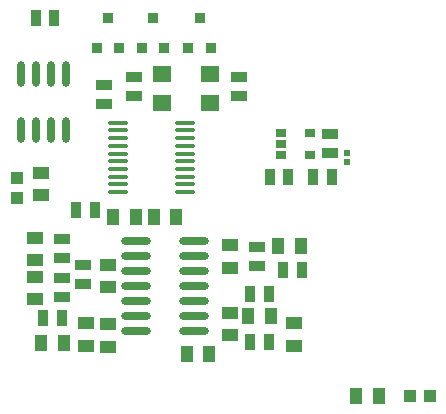
<source format=gtp>
%FSLAX25Y25*%
%MOIN*%
G70*
G01*
G75*
G04 Layer_Color=8421504*
%ADD10R,0.02000X0.02000*%
%ADD11R,0.04134X0.05512*%
%ADD12R,0.05512X0.04134*%
%ADD13O,0.09843X0.02756*%
%ADD14O,0.02362X0.08661*%
%ADD15R,0.06300X0.05500*%
%ADD16O,0.06693X0.01378*%
%ADD17R,0.03543X0.02559*%
%ADD18R,0.03543X0.03740*%
%ADD19R,0.03937X0.03937*%
%ADD20R,0.03937X0.03937*%
%ADD21R,0.03740X0.05315*%
%ADD22R,0.05315X0.03740*%
%ADD23C,0.01600*%
%ADD24C,0.02000*%
%ADD25C,0.03200*%
%ADD26C,0.01000*%
%ADD27C,0.00000*%
%ADD28C,0.05906*%
%ADD29R,0.05906X0.05906*%
%ADD30C,0.04724*%
%ADD31R,0.04724X0.04724*%
%ADD32O,0.09843X0.06693*%
%ADD33C,0.05000*%
%ADD34R,0.02000X0.02000*%
%ADD35C,0.00984*%
%ADD36C,0.01575*%
%ADD37C,0.02362*%
%ADD38C,0.00800*%
%ADD39C,0.00787*%
%ADD40C,0.00591*%
%ADD41R,0.00730X0.02560*%
%ADD42R,0.06700X0.01800*%
%ADD43R,0.00650X0.02300*%
%ADD44R,0.02300X0.00650*%
%ADD45R,0.01800X0.06700*%
%ADD46R,0.02560X0.00730*%
%ADD47R,0.05906X0.78740*%
D10*
X347000Y312000D02*
D03*
Y309000D02*
D03*
D11*
X276740Y290500D02*
D03*
X269260D02*
D03*
X290240D02*
D03*
X282760D02*
D03*
X293760Y245000D02*
D03*
X301240D02*
D03*
X331740Y281000D02*
D03*
X324260D02*
D03*
X314260Y257500D02*
D03*
X321740D02*
D03*
X245260Y248500D02*
D03*
X252740D02*
D03*
X350260Y231000D02*
D03*
X357740D02*
D03*
D12*
X308000Y258740D02*
D03*
Y251260D02*
D03*
X260000Y255240D02*
D03*
Y247760D02*
D03*
X267500Y247413D02*
D03*
Y254894D02*
D03*
X308000Y273760D02*
D03*
Y281240D02*
D03*
X329500Y247760D02*
D03*
Y255240D02*
D03*
X243000Y263260D02*
D03*
Y270740D02*
D03*
X245010Y297933D02*
D03*
Y305413D02*
D03*
X243000Y283740D02*
D03*
Y276260D02*
D03*
X267500Y267260D02*
D03*
Y274740D02*
D03*
D13*
X276854Y282500D02*
D03*
Y277500D02*
D03*
Y272500D02*
D03*
Y267500D02*
D03*
Y262500D02*
D03*
Y257500D02*
D03*
Y252500D02*
D03*
X296146Y282500D02*
D03*
Y277500D02*
D03*
Y272500D02*
D03*
Y267500D02*
D03*
Y262500D02*
D03*
Y257500D02*
D03*
Y252500D02*
D03*
D14*
X253500Y338449D02*
D03*
X248500D02*
D03*
X243500D02*
D03*
X238500D02*
D03*
X253500Y319551D02*
D03*
X248500D02*
D03*
X243500D02*
D03*
X238500D02*
D03*
D15*
X301650Y328750D02*
D03*
X285350D02*
D03*
Y338250D02*
D03*
X301650D02*
D03*
D16*
X270779Y322016D02*
D03*
Y319457D02*
D03*
Y316898D02*
D03*
Y314339D02*
D03*
Y311779D02*
D03*
Y309221D02*
D03*
Y306661D02*
D03*
Y304102D02*
D03*
Y301543D02*
D03*
Y298984D02*
D03*
X293220Y322016D02*
D03*
Y319457D02*
D03*
Y316898D02*
D03*
Y314339D02*
D03*
Y311779D02*
D03*
Y309221D02*
D03*
Y306661D02*
D03*
Y304102D02*
D03*
Y301543D02*
D03*
Y298984D02*
D03*
D17*
X334724Y318740D02*
D03*
Y311260D02*
D03*
X325276D02*
D03*
Y315000D02*
D03*
Y318740D02*
D03*
D18*
X294260Y347079D02*
D03*
X298000Y356921D02*
D03*
X301740Y347079D02*
D03*
X263760D02*
D03*
X267500Y356921D02*
D03*
X271240Y347079D02*
D03*
X278760D02*
D03*
X282500Y356921D02*
D03*
X286240Y347079D02*
D03*
D19*
X237000Y297031D02*
D03*
Y303725D02*
D03*
D20*
X368154Y231000D02*
D03*
X374847D02*
D03*
D21*
X325850Y273000D02*
D03*
X332150D02*
D03*
X252150Y257000D02*
D03*
X245850D02*
D03*
X314850Y249000D02*
D03*
X321150D02*
D03*
X321150Y265000D02*
D03*
X314850D02*
D03*
X243350Y357000D02*
D03*
X249650D02*
D03*
X327650Y304000D02*
D03*
X321350D02*
D03*
X342150D02*
D03*
X335850D02*
D03*
X263150Y293000D02*
D03*
X256850D02*
D03*
D22*
X252000Y270150D02*
D03*
Y263850D02*
D03*
Y276850D02*
D03*
Y283150D02*
D03*
X259000Y274650D02*
D03*
Y268350D02*
D03*
X266000Y334650D02*
D03*
Y328350D02*
D03*
X276000Y337150D02*
D03*
Y330850D02*
D03*
X311000Y330850D02*
D03*
Y337150D02*
D03*
X341350Y311850D02*
D03*
Y318150D02*
D03*
X317000Y280650D02*
D03*
Y274350D02*
D03*
M02*

</source>
